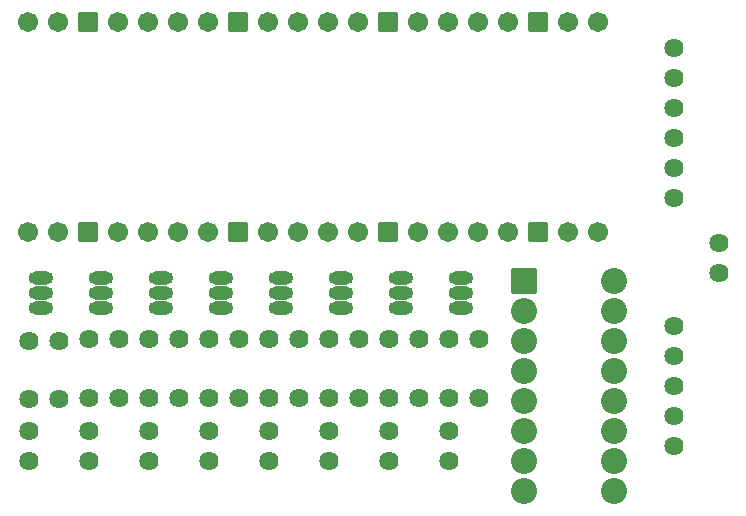
<source format=gts>
G04 Layer: TopSolderMaskLayer*
G04 EasyEDA v6.5.23, 2023-09-09 00:44:15*
G04 de93c458165947d6a0ce1764d10cece9,10*
G04 Gerber Generator version 0.2*
G04 Scale: 100 percent, Rotated: No, Reflected: No *
G04 Dimensions in millimeters *
G04 leading zeros omitted , absolute positions ,4 integer and 5 decimal *
%FSLAX45Y45*%
%MOMM*%

%AMMACRO1*1,1,$1,$2,$3*1,1,$1,$4,$5*1,1,$1,0-$2,0-$3*1,1,$1,0-$4,0-$5*20,1,$1,$2,$3,$4,$5,0*20,1,$1,$4,$5,0-$2,0-$3,0*20,1,$1,0-$2,0-$3,0-$4,0-$5,0*20,1,$1,0-$4,0-$5,$2,$3,0*4,1,4,$2,$3,$4,$5,0-$2,0-$3,0-$4,0-$5,$2,$3,0*%
%ADD10C,1.7016*%
%ADD11MACRO1,0.1016X-0.8X-0.8X-0.8X0.8*%
%ADD12O,2.101596X1.1015979999999999*%
%ADD13MACRO1,0.2032X-1X1X1X1*%
%ADD14C,2.2032*%
%ADD15C,1.6256*%

%LPD*%
D10*
G01*
X5196992Y7907985D03*
G01*
X4942992Y7907985D03*
D11*
G01*
X4688992Y7907985D03*
D10*
G01*
X4434992Y7907985D03*
G01*
X4180992Y7907985D03*
G01*
X3926992Y7907985D03*
G01*
X3672992Y7907985D03*
D11*
G01*
X3418994Y7907985D03*
D10*
G01*
X3165017Y7907985D03*
G01*
X2911017Y7907985D03*
G01*
X371017Y7907985D03*
G01*
X625017Y7907985D03*
D11*
G01*
X879000Y7907985D03*
D10*
G01*
X1133017Y7907985D03*
G01*
X1387017Y7907985D03*
G01*
X1641017Y7907985D03*
G01*
X1895017Y7907985D03*
D11*
G01*
X2148997Y7907985D03*
D10*
G01*
X2403017Y7907985D03*
G01*
X2657017Y7907985D03*
G01*
X2657017Y9685959D03*
G01*
X2403017Y9685959D03*
D11*
G01*
X2148997Y9685980D03*
D10*
G01*
X1895017Y9685959D03*
G01*
X1641017Y9685959D03*
G01*
X1387017Y9685959D03*
G01*
X1133017Y9685959D03*
D11*
G01*
X879000Y9685980D03*
D10*
G01*
X625017Y9685959D03*
G01*
X371017Y9685959D03*
G01*
X2911017Y9685959D03*
G01*
X3165017Y9685959D03*
D11*
G01*
X3418994Y9685980D03*
D10*
G01*
X3672992Y9685959D03*
G01*
X3926992Y9685959D03*
G01*
X4180992Y9685959D03*
G01*
X4434992Y9685959D03*
D11*
G01*
X4688992Y9685980D03*
D10*
G01*
X4942992Y9685959D03*
G01*
X5196992Y9685959D03*
D12*
G01*
X482600Y7518374D03*
G01*
X482600Y7391374D03*
G01*
X482600Y7264374D03*
G01*
X990600Y7518374D03*
G01*
X990600Y7391374D03*
G01*
X990600Y7264374D03*
G01*
X2006600Y7518374D03*
G01*
X2006600Y7391374D03*
G01*
X2006600Y7264374D03*
G01*
X1498600Y7518374D03*
G01*
X1498600Y7391374D03*
G01*
X1498600Y7264374D03*
G01*
X2514600Y7518374D03*
G01*
X2514600Y7391374D03*
G01*
X2514600Y7264374D03*
G01*
X3022600Y7518374D03*
G01*
X3022600Y7391374D03*
G01*
X3022600Y7264374D03*
G01*
X3530600Y7518374D03*
G01*
X3530600Y7391374D03*
G01*
X3530600Y7264374D03*
G01*
X4038600Y7518374D03*
G01*
X4038600Y7391374D03*
G01*
X4038600Y7264374D03*
D13*
G01*
X4571992Y7492984D03*
D14*
G01*
X4572000Y7238974D03*
G01*
X4572000Y6984974D03*
G01*
X4572000Y6730974D03*
G01*
X4572000Y6476974D03*
G01*
X4572000Y6222974D03*
G01*
X4572000Y5968974D03*
G01*
X4572000Y5714974D03*
G01*
X5334000Y5714974D03*
G01*
X5334000Y5968974D03*
G01*
X5334000Y6222974D03*
G01*
X5334000Y6476974D03*
G01*
X5334000Y6730974D03*
G01*
X5334000Y6984974D03*
G01*
X5334000Y7238974D03*
G01*
X5334000Y7492974D03*
D15*
G01*
X381000Y6984974D03*
G01*
X381000Y6489674D03*
G01*
X889000Y6502374D03*
G01*
X889000Y6997674D03*
G01*
X1397000Y6502374D03*
G01*
X1397000Y6997674D03*
G01*
X1905000Y6502374D03*
G01*
X1905000Y6997674D03*
G01*
X2413000Y6502374D03*
G01*
X2413000Y6997674D03*
G01*
X2921000Y6502374D03*
G01*
X2921000Y6997674D03*
G01*
X3429000Y6502374D03*
G01*
X3429000Y6997674D03*
G01*
X3937000Y6502374D03*
G01*
X3937000Y6997674D03*
G01*
X4191000Y6997674D03*
G01*
X4191000Y6502374D03*
G01*
X3683000Y6997674D03*
G01*
X3683000Y6502374D03*
G01*
X3175000Y6997674D03*
G01*
X3175000Y6502374D03*
G01*
X2667000Y6997674D03*
G01*
X2667000Y6502374D03*
G01*
X2159000Y6997674D03*
G01*
X2159000Y6502374D03*
G01*
X1651000Y6997674D03*
G01*
X1651000Y6502374D03*
G01*
X1143000Y6997674D03*
G01*
X1143000Y6502374D03*
G01*
X635000Y6489674D03*
G01*
X635000Y6984974D03*
G01*
X5842000Y8191474D03*
G01*
X5842000Y8445474D03*
G01*
X5842000Y8699474D03*
G01*
X5842000Y8953474D03*
G01*
X5842000Y9207474D03*
G01*
X5842000Y9461474D03*
G01*
X5842000Y6095974D03*
G01*
X5842000Y6349974D03*
G01*
X5842000Y6603974D03*
G01*
X5842000Y6857974D03*
G01*
X5842000Y7111974D03*
G01*
X6223000Y7556474D03*
G01*
X6223000Y7810474D03*
G01*
X381000Y5968974D03*
G01*
X381000Y6222974D03*
G01*
X889000Y5968974D03*
G01*
X889000Y6222974D03*
G01*
X1397000Y6222974D03*
G01*
X1397000Y5968974D03*
G01*
X1905000Y6222974D03*
G01*
X1905000Y5968974D03*
G01*
X2413000Y6222974D03*
G01*
X2413000Y5968974D03*
G01*
X2921000Y6222974D03*
G01*
X2921000Y5968974D03*
G01*
X3429000Y6222974D03*
G01*
X3429000Y5968974D03*
G01*
X3937000Y6222974D03*
G01*
X3937000Y5968974D03*
M02*

</source>
